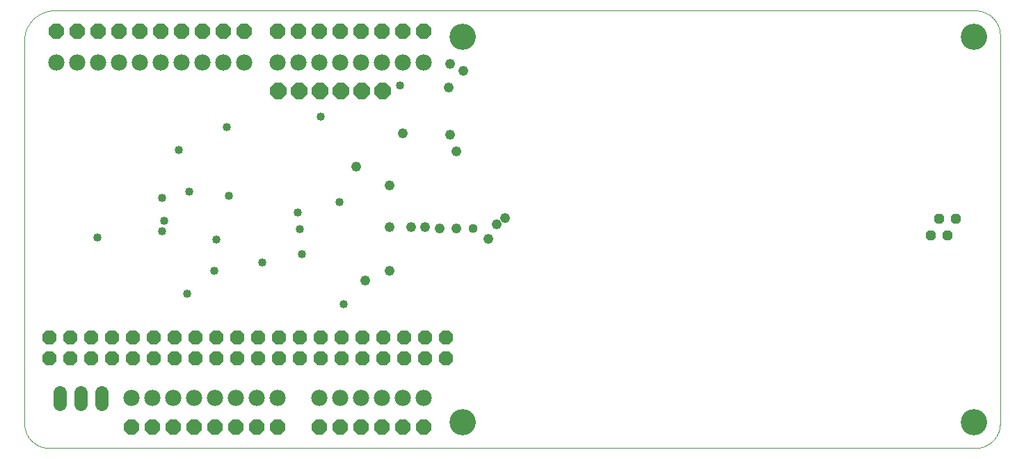
<source format=gbs>
G75*
%MOIN*%
%OFA0B0*%
%FSLAX25Y25*%
%IPPOS*%
%LPD*%
%AMOC8*
5,1,8,0,0,1.08239X$1,22.5*
%
%ADD10C,0.00000*%
%ADD11C,0.12611*%
%ADD12OC8,0.07400*%
%ADD13C,0.07800*%
%ADD14OC8,0.07800*%
%ADD15C,0.06400*%
%ADD16OC8,0.06800*%
%ADD17C,0.03981*%
%ADD18C,0.04769*%
%ADD19C,0.04375*%
%ADD20OC8,0.04769*%
D10*
X0063780Y0019811D02*
X0063780Y0204189D01*
X0063796Y0204540D01*
X0063822Y0204891D01*
X0063855Y0205240D01*
X0063898Y0205589D01*
X0063949Y0205937D01*
X0064008Y0206283D01*
X0064076Y0206628D01*
X0064152Y0206971D01*
X0064237Y0207312D01*
X0064330Y0207651D01*
X0064432Y0207988D01*
X0064541Y0208322D01*
X0064659Y0208653D01*
X0064785Y0208981D01*
X0064919Y0209306D01*
X0065060Y0209628D01*
X0065210Y0209946D01*
X0065368Y0210260D01*
X0065533Y0210570D01*
X0065705Y0210876D01*
X0065885Y0211178D01*
X0066073Y0211475D01*
X0066268Y0211768D01*
X0066469Y0212056D01*
X0066678Y0212338D01*
X0066894Y0212616D01*
X0067116Y0212888D01*
X0067345Y0213154D01*
X0067581Y0213415D01*
X0067823Y0213670D01*
X0068071Y0213919D01*
X0068325Y0214162D01*
X0068585Y0214399D01*
X0068851Y0214629D01*
X0069122Y0214852D01*
X0069399Y0215069D01*
X0069680Y0215279D01*
X0069967Y0215482D01*
X0070259Y0215678D01*
X0070556Y0215866D01*
X0070857Y0216047D01*
X0071162Y0216221D01*
X0071472Y0216388D01*
X0071786Y0216546D01*
X0072103Y0216697D01*
X0072424Y0216840D01*
X0072749Y0216975D01*
X0073076Y0217102D01*
X0073407Y0217221D01*
X0073740Y0217332D01*
X0074077Y0217435D01*
X0074415Y0217529D01*
X0074756Y0217615D01*
X0075099Y0217693D01*
X0075443Y0217762D01*
X0075789Y0217823D01*
X0076137Y0217875D01*
X0076486Y0217919D01*
X0076835Y0217954D01*
X0077186Y0217980D01*
X0077537Y0217998D01*
X0077888Y0218008D01*
X0078240Y0218008D01*
X0078591Y0218000D01*
X0519409Y0218000D01*
X0531280Y0206189D02*
X0531280Y0019811D01*
X0531279Y0019811D02*
X0531275Y0019525D01*
X0531264Y0019239D01*
X0531246Y0018953D01*
X0531221Y0018668D01*
X0531189Y0018384D01*
X0531151Y0018100D01*
X0531105Y0017818D01*
X0531053Y0017537D01*
X0530994Y0017257D01*
X0530928Y0016978D01*
X0530855Y0016701D01*
X0530776Y0016426D01*
X0530690Y0016153D01*
X0530598Y0015883D01*
X0530499Y0015614D01*
X0530394Y0015348D01*
X0530282Y0015085D01*
X0530164Y0014824D01*
X0530040Y0014566D01*
X0529909Y0014312D01*
X0529772Y0014060D01*
X0529630Y0013812D01*
X0529481Y0013568D01*
X0529327Y0013327D01*
X0529166Y0013090D01*
X0529000Y0012857D01*
X0528829Y0012628D01*
X0528652Y0012403D01*
X0528469Y0012183D01*
X0528282Y0011967D01*
X0528089Y0011755D01*
X0527891Y0011549D01*
X0527688Y0011347D01*
X0527481Y0011150D01*
X0527268Y0010958D01*
X0527051Y0010771D01*
X0526830Y0010590D01*
X0526604Y0010414D01*
X0526374Y0010244D01*
X0526140Y0010079D01*
X0525903Y0009920D01*
X0525661Y0009767D01*
X0525416Y0009619D01*
X0525167Y0009478D01*
X0524915Y0009342D01*
X0524660Y0009213D01*
X0524401Y0009090D01*
X0524140Y0008973D01*
X0523876Y0008863D01*
X0523610Y0008759D01*
X0523341Y0008661D01*
X0523069Y0008570D01*
X0522796Y0008486D01*
X0522521Y0008408D01*
X0522244Y0008337D01*
X0521965Y0008273D01*
X0521685Y0008215D01*
X0521403Y0008164D01*
X0521120Y0008120D01*
X0520837Y0008083D01*
X0520552Y0008052D01*
X0520267Y0008029D01*
X0519981Y0008012D01*
X0519695Y0008003D01*
X0519409Y0008000D01*
X0075591Y0008000D01*
X0075306Y0008003D01*
X0075020Y0008014D01*
X0074735Y0008031D01*
X0074451Y0008055D01*
X0074167Y0008086D01*
X0073884Y0008124D01*
X0073603Y0008169D01*
X0073322Y0008220D01*
X0073042Y0008278D01*
X0072764Y0008343D01*
X0072488Y0008415D01*
X0072214Y0008493D01*
X0071941Y0008578D01*
X0071671Y0008670D01*
X0071403Y0008768D01*
X0071137Y0008872D01*
X0070874Y0008983D01*
X0070614Y0009100D01*
X0070356Y0009223D01*
X0070102Y0009353D01*
X0069851Y0009489D01*
X0069603Y0009630D01*
X0069359Y0009778D01*
X0069118Y0009931D01*
X0068882Y0010091D01*
X0068649Y0010256D01*
X0068420Y0010426D01*
X0068195Y0010602D01*
X0067975Y0010784D01*
X0067759Y0010970D01*
X0067548Y0011162D01*
X0067341Y0011359D01*
X0067139Y0011561D01*
X0066942Y0011768D01*
X0066750Y0011979D01*
X0066564Y0012195D01*
X0066382Y0012415D01*
X0066206Y0012640D01*
X0066036Y0012869D01*
X0065871Y0013102D01*
X0065711Y0013338D01*
X0065558Y0013579D01*
X0065410Y0013823D01*
X0065269Y0014071D01*
X0065133Y0014322D01*
X0065003Y0014576D01*
X0064880Y0014834D01*
X0064763Y0015094D01*
X0064652Y0015357D01*
X0064548Y0015623D01*
X0064450Y0015891D01*
X0064358Y0016161D01*
X0064273Y0016434D01*
X0064195Y0016708D01*
X0064123Y0016984D01*
X0064058Y0017262D01*
X0064000Y0017542D01*
X0063949Y0017823D01*
X0063904Y0018104D01*
X0063866Y0018387D01*
X0063835Y0018671D01*
X0063811Y0018955D01*
X0063794Y0019240D01*
X0063783Y0019526D01*
X0063780Y0019811D01*
X0267874Y0020500D02*
X0267876Y0020653D01*
X0267882Y0020807D01*
X0267892Y0020960D01*
X0267906Y0021112D01*
X0267924Y0021265D01*
X0267946Y0021416D01*
X0267971Y0021567D01*
X0268001Y0021718D01*
X0268035Y0021868D01*
X0268072Y0022016D01*
X0268113Y0022164D01*
X0268158Y0022310D01*
X0268207Y0022456D01*
X0268260Y0022600D01*
X0268316Y0022742D01*
X0268376Y0022883D01*
X0268440Y0023023D01*
X0268507Y0023161D01*
X0268578Y0023297D01*
X0268653Y0023431D01*
X0268730Y0023563D01*
X0268812Y0023693D01*
X0268896Y0023821D01*
X0268984Y0023947D01*
X0269075Y0024070D01*
X0269169Y0024191D01*
X0269267Y0024309D01*
X0269367Y0024425D01*
X0269471Y0024538D01*
X0269577Y0024649D01*
X0269686Y0024757D01*
X0269798Y0024862D01*
X0269912Y0024963D01*
X0270030Y0025062D01*
X0270149Y0025158D01*
X0270271Y0025251D01*
X0270396Y0025340D01*
X0270523Y0025427D01*
X0270652Y0025509D01*
X0270783Y0025589D01*
X0270916Y0025665D01*
X0271051Y0025738D01*
X0271188Y0025807D01*
X0271327Y0025872D01*
X0271467Y0025934D01*
X0271609Y0025992D01*
X0271752Y0026047D01*
X0271897Y0026098D01*
X0272043Y0026145D01*
X0272190Y0026188D01*
X0272338Y0026227D01*
X0272487Y0026263D01*
X0272637Y0026294D01*
X0272788Y0026322D01*
X0272939Y0026346D01*
X0273092Y0026366D01*
X0273244Y0026382D01*
X0273397Y0026394D01*
X0273550Y0026402D01*
X0273703Y0026406D01*
X0273857Y0026406D01*
X0274010Y0026402D01*
X0274163Y0026394D01*
X0274316Y0026382D01*
X0274468Y0026366D01*
X0274621Y0026346D01*
X0274772Y0026322D01*
X0274923Y0026294D01*
X0275073Y0026263D01*
X0275222Y0026227D01*
X0275370Y0026188D01*
X0275517Y0026145D01*
X0275663Y0026098D01*
X0275808Y0026047D01*
X0275951Y0025992D01*
X0276093Y0025934D01*
X0276233Y0025872D01*
X0276372Y0025807D01*
X0276509Y0025738D01*
X0276644Y0025665D01*
X0276777Y0025589D01*
X0276908Y0025509D01*
X0277037Y0025427D01*
X0277164Y0025340D01*
X0277289Y0025251D01*
X0277411Y0025158D01*
X0277530Y0025062D01*
X0277648Y0024963D01*
X0277762Y0024862D01*
X0277874Y0024757D01*
X0277983Y0024649D01*
X0278089Y0024538D01*
X0278193Y0024425D01*
X0278293Y0024309D01*
X0278391Y0024191D01*
X0278485Y0024070D01*
X0278576Y0023947D01*
X0278664Y0023821D01*
X0278748Y0023693D01*
X0278830Y0023563D01*
X0278907Y0023431D01*
X0278982Y0023297D01*
X0279053Y0023161D01*
X0279120Y0023023D01*
X0279184Y0022883D01*
X0279244Y0022742D01*
X0279300Y0022600D01*
X0279353Y0022456D01*
X0279402Y0022310D01*
X0279447Y0022164D01*
X0279488Y0022016D01*
X0279525Y0021868D01*
X0279559Y0021718D01*
X0279589Y0021567D01*
X0279614Y0021416D01*
X0279636Y0021265D01*
X0279654Y0021112D01*
X0279668Y0020960D01*
X0279678Y0020807D01*
X0279684Y0020653D01*
X0279686Y0020500D01*
X0279684Y0020347D01*
X0279678Y0020193D01*
X0279668Y0020040D01*
X0279654Y0019888D01*
X0279636Y0019735D01*
X0279614Y0019584D01*
X0279589Y0019433D01*
X0279559Y0019282D01*
X0279525Y0019132D01*
X0279488Y0018984D01*
X0279447Y0018836D01*
X0279402Y0018690D01*
X0279353Y0018544D01*
X0279300Y0018400D01*
X0279244Y0018258D01*
X0279184Y0018117D01*
X0279120Y0017977D01*
X0279053Y0017839D01*
X0278982Y0017703D01*
X0278907Y0017569D01*
X0278830Y0017437D01*
X0278748Y0017307D01*
X0278664Y0017179D01*
X0278576Y0017053D01*
X0278485Y0016930D01*
X0278391Y0016809D01*
X0278293Y0016691D01*
X0278193Y0016575D01*
X0278089Y0016462D01*
X0277983Y0016351D01*
X0277874Y0016243D01*
X0277762Y0016138D01*
X0277648Y0016037D01*
X0277530Y0015938D01*
X0277411Y0015842D01*
X0277289Y0015749D01*
X0277164Y0015660D01*
X0277037Y0015573D01*
X0276908Y0015491D01*
X0276777Y0015411D01*
X0276644Y0015335D01*
X0276509Y0015262D01*
X0276372Y0015193D01*
X0276233Y0015128D01*
X0276093Y0015066D01*
X0275951Y0015008D01*
X0275808Y0014953D01*
X0275663Y0014902D01*
X0275517Y0014855D01*
X0275370Y0014812D01*
X0275222Y0014773D01*
X0275073Y0014737D01*
X0274923Y0014706D01*
X0274772Y0014678D01*
X0274621Y0014654D01*
X0274468Y0014634D01*
X0274316Y0014618D01*
X0274163Y0014606D01*
X0274010Y0014598D01*
X0273857Y0014594D01*
X0273703Y0014594D01*
X0273550Y0014598D01*
X0273397Y0014606D01*
X0273244Y0014618D01*
X0273092Y0014634D01*
X0272939Y0014654D01*
X0272788Y0014678D01*
X0272637Y0014706D01*
X0272487Y0014737D01*
X0272338Y0014773D01*
X0272190Y0014812D01*
X0272043Y0014855D01*
X0271897Y0014902D01*
X0271752Y0014953D01*
X0271609Y0015008D01*
X0271467Y0015066D01*
X0271327Y0015128D01*
X0271188Y0015193D01*
X0271051Y0015262D01*
X0270916Y0015335D01*
X0270783Y0015411D01*
X0270652Y0015491D01*
X0270523Y0015573D01*
X0270396Y0015660D01*
X0270271Y0015749D01*
X0270149Y0015842D01*
X0270030Y0015938D01*
X0269912Y0016037D01*
X0269798Y0016138D01*
X0269686Y0016243D01*
X0269577Y0016351D01*
X0269471Y0016462D01*
X0269367Y0016575D01*
X0269267Y0016691D01*
X0269169Y0016809D01*
X0269075Y0016930D01*
X0268984Y0017053D01*
X0268896Y0017179D01*
X0268812Y0017307D01*
X0268730Y0017437D01*
X0268653Y0017569D01*
X0268578Y0017703D01*
X0268507Y0017839D01*
X0268440Y0017977D01*
X0268376Y0018117D01*
X0268316Y0018258D01*
X0268260Y0018400D01*
X0268207Y0018544D01*
X0268158Y0018690D01*
X0268113Y0018836D01*
X0268072Y0018984D01*
X0268035Y0019132D01*
X0268001Y0019282D01*
X0267971Y0019433D01*
X0267946Y0019584D01*
X0267924Y0019735D01*
X0267906Y0019888D01*
X0267892Y0020040D01*
X0267882Y0020193D01*
X0267876Y0020347D01*
X0267874Y0020500D01*
X0512874Y0020500D02*
X0512876Y0020653D01*
X0512882Y0020807D01*
X0512892Y0020960D01*
X0512906Y0021112D01*
X0512924Y0021265D01*
X0512946Y0021416D01*
X0512971Y0021567D01*
X0513001Y0021718D01*
X0513035Y0021868D01*
X0513072Y0022016D01*
X0513113Y0022164D01*
X0513158Y0022310D01*
X0513207Y0022456D01*
X0513260Y0022600D01*
X0513316Y0022742D01*
X0513376Y0022883D01*
X0513440Y0023023D01*
X0513507Y0023161D01*
X0513578Y0023297D01*
X0513653Y0023431D01*
X0513730Y0023563D01*
X0513812Y0023693D01*
X0513896Y0023821D01*
X0513984Y0023947D01*
X0514075Y0024070D01*
X0514169Y0024191D01*
X0514267Y0024309D01*
X0514367Y0024425D01*
X0514471Y0024538D01*
X0514577Y0024649D01*
X0514686Y0024757D01*
X0514798Y0024862D01*
X0514912Y0024963D01*
X0515030Y0025062D01*
X0515149Y0025158D01*
X0515271Y0025251D01*
X0515396Y0025340D01*
X0515523Y0025427D01*
X0515652Y0025509D01*
X0515783Y0025589D01*
X0515916Y0025665D01*
X0516051Y0025738D01*
X0516188Y0025807D01*
X0516327Y0025872D01*
X0516467Y0025934D01*
X0516609Y0025992D01*
X0516752Y0026047D01*
X0516897Y0026098D01*
X0517043Y0026145D01*
X0517190Y0026188D01*
X0517338Y0026227D01*
X0517487Y0026263D01*
X0517637Y0026294D01*
X0517788Y0026322D01*
X0517939Y0026346D01*
X0518092Y0026366D01*
X0518244Y0026382D01*
X0518397Y0026394D01*
X0518550Y0026402D01*
X0518703Y0026406D01*
X0518857Y0026406D01*
X0519010Y0026402D01*
X0519163Y0026394D01*
X0519316Y0026382D01*
X0519468Y0026366D01*
X0519621Y0026346D01*
X0519772Y0026322D01*
X0519923Y0026294D01*
X0520073Y0026263D01*
X0520222Y0026227D01*
X0520370Y0026188D01*
X0520517Y0026145D01*
X0520663Y0026098D01*
X0520808Y0026047D01*
X0520951Y0025992D01*
X0521093Y0025934D01*
X0521233Y0025872D01*
X0521372Y0025807D01*
X0521509Y0025738D01*
X0521644Y0025665D01*
X0521777Y0025589D01*
X0521908Y0025509D01*
X0522037Y0025427D01*
X0522164Y0025340D01*
X0522289Y0025251D01*
X0522411Y0025158D01*
X0522530Y0025062D01*
X0522648Y0024963D01*
X0522762Y0024862D01*
X0522874Y0024757D01*
X0522983Y0024649D01*
X0523089Y0024538D01*
X0523193Y0024425D01*
X0523293Y0024309D01*
X0523391Y0024191D01*
X0523485Y0024070D01*
X0523576Y0023947D01*
X0523664Y0023821D01*
X0523748Y0023693D01*
X0523830Y0023563D01*
X0523907Y0023431D01*
X0523982Y0023297D01*
X0524053Y0023161D01*
X0524120Y0023023D01*
X0524184Y0022883D01*
X0524244Y0022742D01*
X0524300Y0022600D01*
X0524353Y0022456D01*
X0524402Y0022310D01*
X0524447Y0022164D01*
X0524488Y0022016D01*
X0524525Y0021868D01*
X0524559Y0021718D01*
X0524589Y0021567D01*
X0524614Y0021416D01*
X0524636Y0021265D01*
X0524654Y0021112D01*
X0524668Y0020960D01*
X0524678Y0020807D01*
X0524684Y0020653D01*
X0524686Y0020500D01*
X0524684Y0020347D01*
X0524678Y0020193D01*
X0524668Y0020040D01*
X0524654Y0019888D01*
X0524636Y0019735D01*
X0524614Y0019584D01*
X0524589Y0019433D01*
X0524559Y0019282D01*
X0524525Y0019132D01*
X0524488Y0018984D01*
X0524447Y0018836D01*
X0524402Y0018690D01*
X0524353Y0018544D01*
X0524300Y0018400D01*
X0524244Y0018258D01*
X0524184Y0018117D01*
X0524120Y0017977D01*
X0524053Y0017839D01*
X0523982Y0017703D01*
X0523907Y0017569D01*
X0523830Y0017437D01*
X0523748Y0017307D01*
X0523664Y0017179D01*
X0523576Y0017053D01*
X0523485Y0016930D01*
X0523391Y0016809D01*
X0523293Y0016691D01*
X0523193Y0016575D01*
X0523089Y0016462D01*
X0522983Y0016351D01*
X0522874Y0016243D01*
X0522762Y0016138D01*
X0522648Y0016037D01*
X0522530Y0015938D01*
X0522411Y0015842D01*
X0522289Y0015749D01*
X0522164Y0015660D01*
X0522037Y0015573D01*
X0521908Y0015491D01*
X0521777Y0015411D01*
X0521644Y0015335D01*
X0521509Y0015262D01*
X0521372Y0015193D01*
X0521233Y0015128D01*
X0521093Y0015066D01*
X0520951Y0015008D01*
X0520808Y0014953D01*
X0520663Y0014902D01*
X0520517Y0014855D01*
X0520370Y0014812D01*
X0520222Y0014773D01*
X0520073Y0014737D01*
X0519923Y0014706D01*
X0519772Y0014678D01*
X0519621Y0014654D01*
X0519468Y0014634D01*
X0519316Y0014618D01*
X0519163Y0014606D01*
X0519010Y0014598D01*
X0518857Y0014594D01*
X0518703Y0014594D01*
X0518550Y0014598D01*
X0518397Y0014606D01*
X0518244Y0014618D01*
X0518092Y0014634D01*
X0517939Y0014654D01*
X0517788Y0014678D01*
X0517637Y0014706D01*
X0517487Y0014737D01*
X0517338Y0014773D01*
X0517190Y0014812D01*
X0517043Y0014855D01*
X0516897Y0014902D01*
X0516752Y0014953D01*
X0516609Y0015008D01*
X0516467Y0015066D01*
X0516327Y0015128D01*
X0516188Y0015193D01*
X0516051Y0015262D01*
X0515916Y0015335D01*
X0515783Y0015411D01*
X0515652Y0015491D01*
X0515523Y0015573D01*
X0515396Y0015660D01*
X0515271Y0015749D01*
X0515149Y0015842D01*
X0515030Y0015938D01*
X0514912Y0016037D01*
X0514798Y0016138D01*
X0514686Y0016243D01*
X0514577Y0016351D01*
X0514471Y0016462D01*
X0514367Y0016575D01*
X0514267Y0016691D01*
X0514169Y0016809D01*
X0514075Y0016930D01*
X0513984Y0017053D01*
X0513896Y0017179D01*
X0513812Y0017307D01*
X0513730Y0017437D01*
X0513653Y0017569D01*
X0513578Y0017703D01*
X0513507Y0017839D01*
X0513440Y0017977D01*
X0513376Y0018117D01*
X0513316Y0018258D01*
X0513260Y0018400D01*
X0513207Y0018544D01*
X0513158Y0018690D01*
X0513113Y0018836D01*
X0513072Y0018984D01*
X0513035Y0019132D01*
X0513001Y0019282D01*
X0512971Y0019433D01*
X0512946Y0019584D01*
X0512924Y0019735D01*
X0512906Y0019888D01*
X0512892Y0020040D01*
X0512882Y0020193D01*
X0512876Y0020347D01*
X0512874Y0020500D01*
X0512874Y0205500D02*
X0512876Y0205653D01*
X0512882Y0205807D01*
X0512892Y0205960D01*
X0512906Y0206112D01*
X0512924Y0206265D01*
X0512946Y0206416D01*
X0512971Y0206567D01*
X0513001Y0206718D01*
X0513035Y0206868D01*
X0513072Y0207016D01*
X0513113Y0207164D01*
X0513158Y0207310D01*
X0513207Y0207456D01*
X0513260Y0207600D01*
X0513316Y0207742D01*
X0513376Y0207883D01*
X0513440Y0208023D01*
X0513507Y0208161D01*
X0513578Y0208297D01*
X0513653Y0208431D01*
X0513730Y0208563D01*
X0513812Y0208693D01*
X0513896Y0208821D01*
X0513984Y0208947D01*
X0514075Y0209070D01*
X0514169Y0209191D01*
X0514267Y0209309D01*
X0514367Y0209425D01*
X0514471Y0209538D01*
X0514577Y0209649D01*
X0514686Y0209757D01*
X0514798Y0209862D01*
X0514912Y0209963D01*
X0515030Y0210062D01*
X0515149Y0210158D01*
X0515271Y0210251D01*
X0515396Y0210340D01*
X0515523Y0210427D01*
X0515652Y0210509D01*
X0515783Y0210589D01*
X0515916Y0210665D01*
X0516051Y0210738D01*
X0516188Y0210807D01*
X0516327Y0210872D01*
X0516467Y0210934D01*
X0516609Y0210992D01*
X0516752Y0211047D01*
X0516897Y0211098D01*
X0517043Y0211145D01*
X0517190Y0211188D01*
X0517338Y0211227D01*
X0517487Y0211263D01*
X0517637Y0211294D01*
X0517788Y0211322D01*
X0517939Y0211346D01*
X0518092Y0211366D01*
X0518244Y0211382D01*
X0518397Y0211394D01*
X0518550Y0211402D01*
X0518703Y0211406D01*
X0518857Y0211406D01*
X0519010Y0211402D01*
X0519163Y0211394D01*
X0519316Y0211382D01*
X0519468Y0211366D01*
X0519621Y0211346D01*
X0519772Y0211322D01*
X0519923Y0211294D01*
X0520073Y0211263D01*
X0520222Y0211227D01*
X0520370Y0211188D01*
X0520517Y0211145D01*
X0520663Y0211098D01*
X0520808Y0211047D01*
X0520951Y0210992D01*
X0521093Y0210934D01*
X0521233Y0210872D01*
X0521372Y0210807D01*
X0521509Y0210738D01*
X0521644Y0210665D01*
X0521777Y0210589D01*
X0521908Y0210509D01*
X0522037Y0210427D01*
X0522164Y0210340D01*
X0522289Y0210251D01*
X0522411Y0210158D01*
X0522530Y0210062D01*
X0522648Y0209963D01*
X0522762Y0209862D01*
X0522874Y0209757D01*
X0522983Y0209649D01*
X0523089Y0209538D01*
X0523193Y0209425D01*
X0523293Y0209309D01*
X0523391Y0209191D01*
X0523485Y0209070D01*
X0523576Y0208947D01*
X0523664Y0208821D01*
X0523748Y0208693D01*
X0523830Y0208563D01*
X0523907Y0208431D01*
X0523982Y0208297D01*
X0524053Y0208161D01*
X0524120Y0208023D01*
X0524184Y0207883D01*
X0524244Y0207742D01*
X0524300Y0207600D01*
X0524353Y0207456D01*
X0524402Y0207310D01*
X0524447Y0207164D01*
X0524488Y0207016D01*
X0524525Y0206868D01*
X0524559Y0206718D01*
X0524589Y0206567D01*
X0524614Y0206416D01*
X0524636Y0206265D01*
X0524654Y0206112D01*
X0524668Y0205960D01*
X0524678Y0205807D01*
X0524684Y0205653D01*
X0524686Y0205500D01*
X0524684Y0205347D01*
X0524678Y0205193D01*
X0524668Y0205040D01*
X0524654Y0204888D01*
X0524636Y0204735D01*
X0524614Y0204584D01*
X0524589Y0204433D01*
X0524559Y0204282D01*
X0524525Y0204132D01*
X0524488Y0203984D01*
X0524447Y0203836D01*
X0524402Y0203690D01*
X0524353Y0203544D01*
X0524300Y0203400D01*
X0524244Y0203258D01*
X0524184Y0203117D01*
X0524120Y0202977D01*
X0524053Y0202839D01*
X0523982Y0202703D01*
X0523907Y0202569D01*
X0523830Y0202437D01*
X0523748Y0202307D01*
X0523664Y0202179D01*
X0523576Y0202053D01*
X0523485Y0201930D01*
X0523391Y0201809D01*
X0523293Y0201691D01*
X0523193Y0201575D01*
X0523089Y0201462D01*
X0522983Y0201351D01*
X0522874Y0201243D01*
X0522762Y0201138D01*
X0522648Y0201037D01*
X0522530Y0200938D01*
X0522411Y0200842D01*
X0522289Y0200749D01*
X0522164Y0200660D01*
X0522037Y0200573D01*
X0521908Y0200491D01*
X0521777Y0200411D01*
X0521644Y0200335D01*
X0521509Y0200262D01*
X0521372Y0200193D01*
X0521233Y0200128D01*
X0521093Y0200066D01*
X0520951Y0200008D01*
X0520808Y0199953D01*
X0520663Y0199902D01*
X0520517Y0199855D01*
X0520370Y0199812D01*
X0520222Y0199773D01*
X0520073Y0199737D01*
X0519923Y0199706D01*
X0519772Y0199678D01*
X0519621Y0199654D01*
X0519468Y0199634D01*
X0519316Y0199618D01*
X0519163Y0199606D01*
X0519010Y0199598D01*
X0518857Y0199594D01*
X0518703Y0199594D01*
X0518550Y0199598D01*
X0518397Y0199606D01*
X0518244Y0199618D01*
X0518092Y0199634D01*
X0517939Y0199654D01*
X0517788Y0199678D01*
X0517637Y0199706D01*
X0517487Y0199737D01*
X0517338Y0199773D01*
X0517190Y0199812D01*
X0517043Y0199855D01*
X0516897Y0199902D01*
X0516752Y0199953D01*
X0516609Y0200008D01*
X0516467Y0200066D01*
X0516327Y0200128D01*
X0516188Y0200193D01*
X0516051Y0200262D01*
X0515916Y0200335D01*
X0515783Y0200411D01*
X0515652Y0200491D01*
X0515523Y0200573D01*
X0515396Y0200660D01*
X0515271Y0200749D01*
X0515149Y0200842D01*
X0515030Y0200938D01*
X0514912Y0201037D01*
X0514798Y0201138D01*
X0514686Y0201243D01*
X0514577Y0201351D01*
X0514471Y0201462D01*
X0514367Y0201575D01*
X0514267Y0201691D01*
X0514169Y0201809D01*
X0514075Y0201930D01*
X0513984Y0202053D01*
X0513896Y0202179D01*
X0513812Y0202307D01*
X0513730Y0202437D01*
X0513653Y0202569D01*
X0513578Y0202703D01*
X0513507Y0202839D01*
X0513440Y0202977D01*
X0513376Y0203117D01*
X0513316Y0203258D01*
X0513260Y0203400D01*
X0513207Y0203544D01*
X0513158Y0203690D01*
X0513113Y0203836D01*
X0513072Y0203984D01*
X0513035Y0204132D01*
X0513001Y0204282D01*
X0512971Y0204433D01*
X0512946Y0204584D01*
X0512924Y0204735D01*
X0512906Y0204888D01*
X0512892Y0205040D01*
X0512882Y0205193D01*
X0512876Y0205347D01*
X0512874Y0205500D01*
X0519409Y0218000D02*
X0519695Y0217997D01*
X0519981Y0217988D01*
X0520267Y0217971D01*
X0520552Y0217948D01*
X0520837Y0217917D01*
X0521120Y0217880D01*
X0521403Y0217836D01*
X0521685Y0217785D01*
X0521965Y0217727D01*
X0522244Y0217663D01*
X0522521Y0217592D01*
X0522796Y0217514D01*
X0523069Y0217430D01*
X0523341Y0217339D01*
X0523610Y0217241D01*
X0523876Y0217137D01*
X0524140Y0217027D01*
X0524401Y0216910D01*
X0524660Y0216787D01*
X0524915Y0216658D01*
X0525167Y0216522D01*
X0525416Y0216381D01*
X0525661Y0216233D01*
X0525903Y0216080D01*
X0526140Y0215921D01*
X0526374Y0215756D01*
X0526604Y0215586D01*
X0526830Y0215410D01*
X0527051Y0215229D01*
X0527268Y0215042D01*
X0527481Y0214850D01*
X0527688Y0214653D01*
X0527891Y0214451D01*
X0528089Y0214245D01*
X0528282Y0214033D01*
X0528469Y0213817D01*
X0528652Y0213597D01*
X0528829Y0213372D01*
X0529000Y0213143D01*
X0529166Y0212910D01*
X0529327Y0212673D01*
X0529481Y0212432D01*
X0529630Y0212188D01*
X0529772Y0211940D01*
X0529909Y0211688D01*
X0530040Y0211434D01*
X0530164Y0211176D01*
X0530282Y0210915D01*
X0530394Y0210652D01*
X0530499Y0210386D01*
X0530598Y0210117D01*
X0530690Y0209847D01*
X0530776Y0209574D01*
X0530855Y0209299D01*
X0530928Y0209022D01*
X0530994Y0208743D01*
X0531053Y0208463D01*
X0531105Y0208182D01*
X0531151Y0207900D01*
X0531189Y0207616D01*
X0531221Y0207332D01*
X0531246Y0207047D01*
X0531264Y0206761D01*
X0531275Y0206475D01*
X0531279Y0206189D01*
X0267874Y0205500D02*
X0267876Y0205653D01*
X0267882Y0205807D01*
X0267892Y0205960D01*
X0267906Y0206112D01*
X0267924Y0206265D01*
X0267946Y0206416D01*
X0267971Y0206567D01*
X0268001Y0206718D01*
X0268035Y0206868D01*
X0268072Y0207016D01*
X0268113Y0207164D01*
X0268158Y0207310D01*
X0268207Y0207456D01*
X0268260Y0207600D01*
X0268316Y0207742D01*
X0268376Y0207883D01*
X0268440Y0208023D01*
X0268507Y0208161D01*
X0268578Y0208297D01*
X0268653Y0208431D01*
X0268730Y0208563D01*
X0268812Y0208693D01*
X0268896Y0208821D01*
X0268984Y0208947D01*
X0269075Y0209070D01*
X0269169Y0209191D01*
X0269267Y0209309D01*
X0269367Y0209425D01*
X0269471Y0209538D01*
X0269577Y0209649D01*
X0269686Y0209757D01*
X0269798Y0209862D01*
X0269912Y0209963D01*
X0270030Y0210062D01*
X0270149Y0210158D01*
X0270271Y0210251D01*
X0270396Y0210340D01*
X0270523Y0210427D01*
X0270652Y0210509D01*
X0270783Y0210589D01*
X0270916Y0210665D01*
X0271051Y0210738D01*
X0271188Y0210807D01*
X0271327Y0210872D01*
X0271467Y0210934D01*
X0271609Y0210992D01*
X0271752Y0211047D01*
X0271897Y0211098D01*
X0272043Y0211145D01*
X0272190Y0211188D01*
X0272338Y0211227D01*
X0272487Y0211263D01*
X0272637Y0211294D01*
X0272788Y0211322D01*
X0272939Y0211346D01*
X0273092Y0211366D01*
X0273244Y0211382D01*
X0273397Y0211394D01*
X0273550Y0211402D01*
X0273703Y0211406D01*
X0273857Y0211406D01*
X0274010Y0211402D01*
X0274163Y0211394D01*
X0274316Y0211382D01*
X0274468Y0211366D01*
X0274621Y0211346D01*
X0274772Y0211322D01*
X0274923Y0211294D01*
X0275073Y0211263D01*
X0275222Y0211227D01*
X0275370Y0211188D01*
X0275517Y0211145D01*
X0275663Y0211098D01*
X0275808Y0211047D01*
X0275951Y0210992D01*
X0276093Y0210934D01*
X0276233Y0210872D01*
X0276372Y0210807D01*
X0276509Y0210738D01*
X0276644Y0210665D01*
X0276777Y0210589D01*
X0276908Y0210509D01*
X0277037Y0210427D01*
X0277164Y0210340D01*
X0277289Y0210251D01*
X0277411Y0210158D01*
X0277530Y0210062D01*
X0277648Y0209963D01*
X0277762Y0209862D01*
X0277874Y0209757D01*
X0277983Y0209649D01*
X0278089Y0209538D01*
X0278193Y0209425D01*
X0278293Y0209309D01*
X0278391Y0209191D01*
X0278485Y0209070D01*
X0278576Y0208947D01*
X0278664Y0208821D01*
X0278748Y0208693D01*
X0278830Y0208563D01*
X0278907Y0208431D01*
X0278982Y0208297D01*
X0279053Y0208161D01*
X0279120Y0208023D01*
X0279184Y0207883D01*
X0279244Y0207742D01*
X0279300Y0207600D01*
X0279353Y0207456D01*
X0279402Y0207310D01*
X0279447Y0207164D01*
X0279488Y0207016D01*
X0279525Y0206868D01*
X0279559Y0206718D01*
X0279589Y0206567D01*
X0279614Y0206416D01*
X0279636Y0206265D01*
X0279654Y0206112D01*
X0279668Y0205960D01*
X0279678Y0205807D01*
X0279684Y0205653D01*
X0279686Y0205500D01*
X0279684Y0205347D01*
X0279678Y0205193D01*
X0279668Y0205040D01*
X0279654Y0204888D01*
X0279636Y0204735D01*
X0279614Y0204584D01*
X0279589Y0204433D01*
X0279559Y0204282D01*
X0279525Y0204132D01*
X0279488Y0203984D01*
X0279447Y0203836D01*
X0279402Y0203690D01*
X0279353Y0203544D01*
X0279300Y0203400D01*
X0279244Y0203258D01*
X0279184Y0203117D01*
X0279120Y0202977D01*
X0279053Y0202839D01*
X0278982Y0202703D01*
X0278907Y0202569D01*
X0278830Y0202437D01*
X0278748Y0202307D01*
X0278664Y0202179D01*
X0278576Y0202053D01*
X0278485Y0201930D01*
X0278391Y0201809D01*
X0278293Y0201691D01*
X0278193Y0201575D01*
X0278089Y0201462D01*
X0277983Y0201351D01*
X0277874Y0201243D01*
X0277762Y0201138D01*
X0277648Y0201037D01*
X0277530Y0200938D01*
X0277411Y0200842D01*
X0277289Y0200749D01*
X0277164Y0200660D01*
X0277037Y0200573D01*
X0276908Y0200491D01*
X0276777Y0200411D01*
X0276644Y0200335D01*
X0276509Y0200262D01*
X0276372Y0200193D01*
X0276233Y0200128D01*
X0276093Y0200066D01*
X0275951Y0200008D01*
X0275808Y0199953D01*
X0275663Y0199902D01*
X0275517Y0199855D01*
X0275370Y0199812D01*
X0275222Y0199773D01*
X0275073Y0199737D01*
X0274923Y0199706D01*
X0274772Y0199678D01*
X0274621Y0199654D01*
X0274468Y0199634D01*
X0274316Y0199618D01*
X0274163Y0199606D01*
X0274010Y0199598D01*
X0273857Y0199594D01*
X0273703Y0199594D01*
X0273550Y0199598D01*
X0273397Y0199606D01*
X0273244Y0199618D01*
X0273092Y0199634D01*
X0272939Y0199654D01*
X0272788Y0199678D01*
X0272637Y0199706D01*
X0272487Y0199737D01*
X0272338Y0199773D01*
X0272190Y0199812D01*
X0272043Y0199855D01*
X0271897Y0199902D01*
X0271752Y0199953D01*
X0271609Y0200008D01*
X0271467Y0200066D01*
X0271327Y0200128D01*
X0271188Y0200193D01*
X0271051Y0200262D01*
X0270916Y0200335D01*
X0270783Y0200411D01*
X0270652Y0200491D01*
X0270523Y0200573D01*
X0270396Y0200660D01*
X0270271Y0200749D01*
X0270149Y0200842D01*
X0270030Y0200938D01*
X0269912Y0201037D01*
X0269798Y0201138D01*
X0269686Y0201243D01*
X0269577Y0201351D01*
X0269471Y0201462D01*
X0269367Y0201575D01*
X0269267Y0201691D01*
X0269169Y0201809D01*
X0269075Y0201930D01*
X0268984Y0202053D01*
X0268896Y0202179D01*
X0268812Y0202307D01*
X0268730Y0202437D01*
X0268653Y0202569D01*
X0268578Y0202703D01*
X0268507Y0202839D01*
X0268440Y0202977D01*
X0268376Y0203117D01*
X0268316Y0203258D01*
X0268260Y0203400D01*
X0268207Y0203544D01*
X0268158Y0203690D01*
X0268113Y0203836D01*
X0268072Y0203984D01*
X0268035Y0204132D01*
X0268001Y0204282D01*
X0267971Y0204433D01*
X0267946Y0204584D01*
X0267924Y0204735D01*
X0267906Y0204888D01*
X0267892Y0205040D01*
X0267882Y0205193D01*
X0267876Y0205347D01*
X0267874Y0205500D01*
D11*
X0273780Y0205500D03*
X0518780Y0205500D03*
X0518780Y0020500D03*
X0273780Y0020500D03*
D12*
X0255000Y0018000D03*
X0245000Y0018000D03*
X0235000Y0018000D03*
X0225000Y0018000D03*
X0215000Y0018000D03*
X0205000Y0018000D03*
X0185000Y0018000D03*
X0175000Y0018000D03*
X0165000Y0018000D03*
X0155000Y0018000D03*
X0145000Y0018000D03*
X0135000Y0018000D03*
X0125000Y0018000D03*
X0115000Y0018000D03*
X0119000Y0208000D03*
X0109000Y0208000D03*
X0099000Y0208000D03*
X0089000Y0208000D03*
X0079000Y0208000D03*
X0129000Y0208000D03*
X0139000Y0208000D03*
X0149000Y0208000D03*
X0159000Y0208000D03*
X0169000Y0208000D03*
X0185000Y0208000D03*
X0195000Y0208000D03*
X0205000Y0208000D03*
X0215000Y0208000D03*
X0225000Y0208000D03*
X0235000Y0208000D03*
X0245000Y0208000D03*
X0255000Y0208000D03*
D13*
X0255080Y0193000D03*
X0245080Y0193000D03*
X0235080Y0193000D03*
X0225080Y0193000D03*
X0215080Y0193000D03*
X0205080Y0193000D03*
X0195080Y0193000D03*
X0185080Y0193000D03*
X0169080Y0193000D03*
X0159080Y0193000D03*
X0149080Y0193000D03*
X0139080Y0193000D03*
X0129080Y0193000D03*
X0119080Y0193000D03*
X0109080Y0193000D03*
X0099080Y0193000D03*
X0089080Y0193000D03*
X0079080Y0193000D03*
X0114980Y0032000D03*
X0124980Y0032000D03*
X0134980Y0032000D03*
X0144980Y0032000D03*
X0154980Y0032000D03*
X0164980Y0032000D03*
X0174980Y0032000D03*
X0184980Y0032000D03*
X0205080Y0032000D03*
X0215080Y0032000D03*
X0225080Y0032000D03*
X0235080Y0032000D03*
X0245080Y0032000D03*
X0255080Y0032000D03*
D14*
X0235280Y0179500D03*
X0225280Y0179500D03*
X0215280Y0179500D03*
X0205280Y0179500D03*
X0195280Y0179500D03*
X0185280Y0179500D03*
D15*
X0100780Y0034800D02*
X0100780Y0029200D01*
X0090780Y0029200D02*
X0090780Y0034800D01*
X0080780Y0034800D02*
X0080780Y0029200D01*
D16*
X0085780Y0051000D03*
X0095780Y0051000D03*
X0105780Y0051000D03*
X0115780Y0051000D03*
X0125780Y0051000D03*
X0135780Y0051000D03*
X0145780Y0051000D03*
X0155780Y0051000D03*
X0165780Y0051000D03*
X0175780Y0051000D03*
X0185780Y0051000D03*
X0195780Y0051000D03*
X0205780Y0051000D03*
X0215780Y0051000D03*
X0225780Y0051000D03*
X0235780Y0051000D03*
X0245780Y0051000D03*
X0255780Y0051000D03*
X0265780Y0051000D03*
X0265780Y0061000D03*
X0255780Y0061000D03*
X0245780Y0061000D03*
X0235780Y0061000D03*
X0225780Y0061000D03*
X0215780Y0061000D03*
X0205780Y0061000D03*
X0195780Y0061000D03*
X0185780Y0061000D03*
X0175780Y0061000D03*
X0165780Y0061000D03*
X0155780Y0061000D03*
X0145780Y0061000D03*
X0135780Y0061000D03*
X0125780Y0061000D03*
X0115780Y0061000D03*
X0105780Y0061000D03*
X0095780Y0061000D03*
X0085780Y0061000D03*
X0075780Y0061000D03*
X0075780Y0051000D03*
D17*
X0141780Y0082000D03*
X0154780Y0093000D03*
X0177780Y0097000D03*
X0196780Y0101000D03*
X0195780Y0113000D03*
X0194780Y0121000D03*
X0214780Y0126000D03*
X0161780Y0129000D03*
X0142780Y0131000D03*
X0129780Y0128000D03*
X0130780Y0117000D03*
X0129780Y0112000D03*
X0155780Y0108000D03*
X0098780Y0109000D03*
X0137780Y0151000D03*
X0160780Y0162000D03*
X0205780Y0167000D03*
X0243780Y0182000D03*
X0216780Y0077000D03*
D18*
X0227220Y0088500D03*
X0238780Y0093000D03*
X0238780Y0114000D03*
X0249220Y0114000D03*
X0255720Y0114000D03*
X0262720Y0113500D03*
X0270720Y0113500D03*
X0286220Y0108500D03*
X0290220Y0115500D03*
X0294220Y0118500D03*
X0238780Y0134000D03*
X0222720Y0143000D03*
X0245220Y0159000D03*
X0267720Y0158500D03*
X0270720Y0150500D03*
X0267220Y0181000D03*
X0274220Y0189000D03*
X0267720Y0192500D03*
D19*
X0278720Y0113500D03*
D20*
X0498220Y0110000D03*
X0506220Y0110000D03*
X0502220Y0118000D03*
X0510220Y0118000D03*
M02*

</source>
